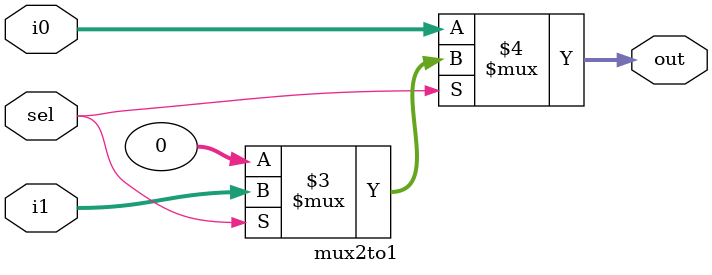
<source format=v>
module mux2to1(i0, i1, sel, out);
	input[31:0] i0, i1;
	input sel;
	output[31:0] out;
	assign out = (sel==1'b0) ? i0:
			(sel==1'b1) ? i1 : 0;
endmodule

</source>
